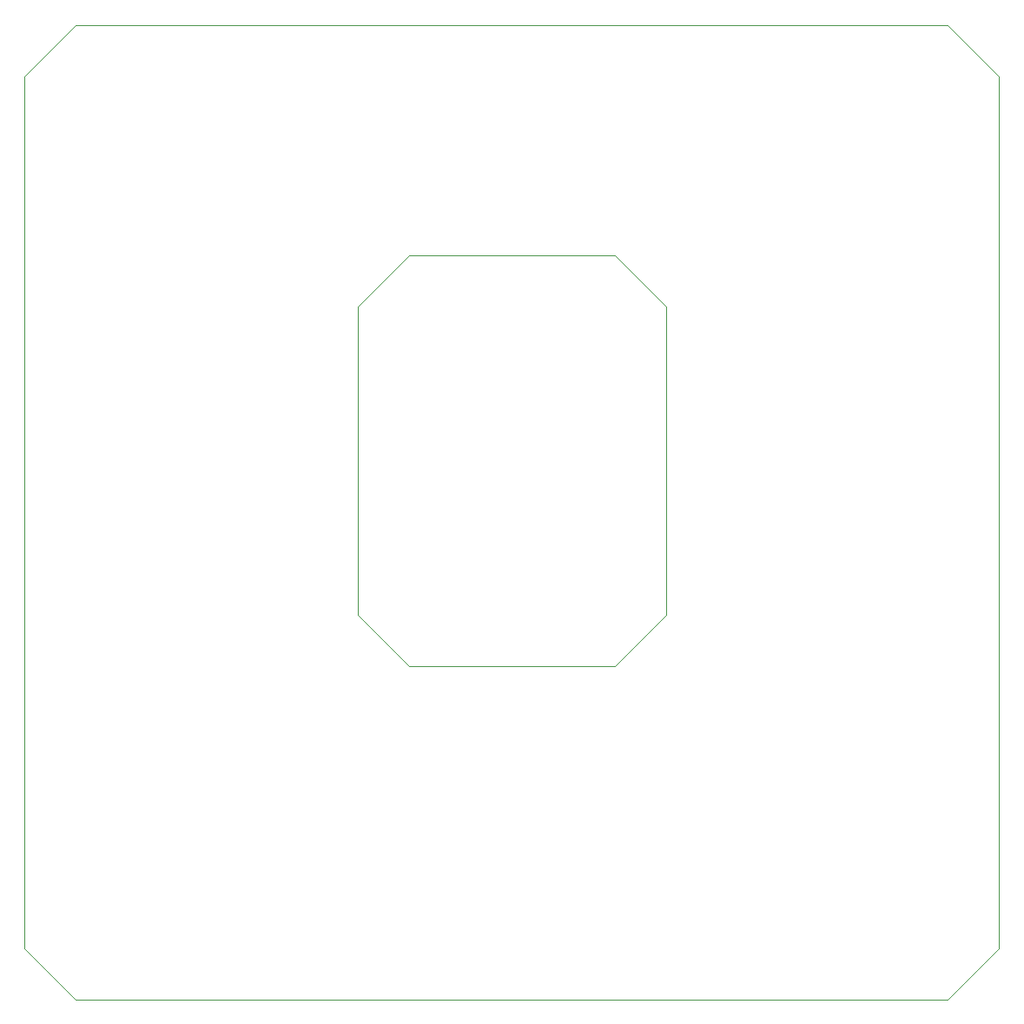
<source format=gbr>
G04 #@! TF.GenerationSoftware,KiCad,Pcbnew,(5.1.6)-1*
G04 #@! TF.CreationDate,2020-12-31T12:37:09+01:00*
G04 #@! TF.ProjectId,XY_LED,58595f4c-4544-42e6-9b69-6361645f7063,rev?*
G04 #@! TF.SameCoordinates,Original*
G04 #@! TF.FileFunction,Profile,NP*
%FSLAX46Y46*%
G04 Gerber Fmt 4.6, Leading zero omitted, Abs format (unit mm)*
G04 Created by KiCad (PCBNEW (5.1.6)-1) date 2020-12-31 12:37:09*
%MOMM*%
%LPD*%
G01*
G04 APERTURE LIST*
G04 #@! TA.AperFunction,Profile*
%ADD10C,0.050000*%
G04 #@! TD*
G04 APERTURE END LIST*
D10*
X85000000Y-80000000D02*
X90000000Y-75000000D01*
X85000000Y-110000000D02*
X85000000Y-80000000D01*
X90000000Y-115000000D02*
X85000000Y-110000000D01*
X110000000Y-115000000D02*
X90000000Y-115000000D01*
X115000000Y-110000000D02*
X110000000Y-115000000D01*
X115000000Y-80000000D02*
X115000000Y-110000000D01*
X110000000Y-75000000D02*
X115000000Y-80000000D01*
X90000000Y-75000000D02*
X110000000Y-75000000D01*
X52500000Y-57500000D02*
X57500000Y-52500000D01*
X52500000Y-142500000D02*
X52500000Y-57500000D01*
X57500000Y-147500000D02*
X52500000Y-142500000D01*
X142500000Y-147500000D02*
X57500000Y-147500000D01*
X147500000Y-142500000D02*
X142500000Y-147500000D01*
X147500000Y-57500000D02*
X147500000Y-142500000D01*
X142500000Y-52500000D02*
X147500000Y-57500000D01*
X57500000Y-52500000D02*
X142500000Y-52500000D01*
M02*

</source>
